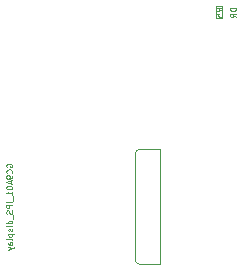
<source format=gbr>
%TF.GenerationSoftware,KiCad,Pcbnew,5.1.5+dfsg1-2~bpo10+1*%
%TF.CreationDate,Date%
%TF.ProjectId,osw,6f73772e-6b69-4636-9164-5f7063625858,3.1*%
%TF.SameCoordinates,Original*%
%TF.FileFunction,Other,Fab,Bot*%
%FSLAX46Y46*%
G04 Gerber Fmt 4.6, Leading zero omitted, Abs format (unit mm)*
G04 Created by KiCad*
%MOMM*%
%LPD*%
G04 APERTURE LIST*
%ADD10C,0.120000*%
%ADD11C,0.100000*%
G04 APERTURE END LIST*
D10*
%TO.C,U4*%
X150180000Y-114070000D02*
X148380000Y-114070000D01*
X148080000Y-113770000D02*
X148080000Y-104770000D01*
X150180000Y-104370000D02*
X148480000Y-104370000D01*
X150180000Y-114070000D02*
X150180000Y-104370000D01*
X148080000Y-104770000D02*
G75*
G02X148480000Y-104370000I400000J0D01*
G01*
X148380000Y-114070000D02*
G75*
G02X148080000Y-113770000I0J300000D01*
G01*
D11*
%TO.C,R5*%
X155444000Y-93273500D02*
X155444000Y-92273500D01*
X154944000Y-93273500D02*
X155444000Y-93273500D01*
X154944000Y-92273500D02*
X154944000Y-93273500D01*
X155444000Y-92273500D02*
X154944000Y-92273500D01*
%TD*%
%TO.C,U4*%
X137180000Y-105862857D02*
X137156190Y-105815238D01*
X137156190Y-105743809D01*
X137180000Y-105672380D01*
X137227619Y-105624761D01*
X137275238Y-105600952D01*
X137370476Y-105577142D01*
X137441904Y-105577142D01*
X137537142Y-105600952D01*
X137584761Y-105624761D01*
X137632380Y-105672380D01*
X137656190Y-105743809D01*
X137656190Y-105791428D01*
X137632380Y-105862857D01*
X137608571Y-105886666D01*
X137441904Y-105886666D01*
X137441904Y-105791428D01*
X137608571Y-106386666D02*
X137632380Y-106362857D01*
X137656190Y-106291428D01*
X137656190Y-106243809D01*
X137632380Y-106172380D01*
X137584761Y-106124761D01*
X137537142Y-106100952D01*
X137441904Y-106077142D01*
X137370476Y-106077142D01*
X137275238Y-106100952D01*
X137227619Y-106124761D01*
X137180000Y-106172380D01*
X137156190Y-106243809D01*
X137156190Y-106291428D01*
X137180000Y-106362857D01*
X137203809Y-106386666D01*
X137656190Y-106624761D02*
X137656190Y-106720000D01*
X137632380Y-106767619D01*
X137608571Y-106791428D01*
X137537142Y-106839047D01*
X137441904Y-106862857D01*
X137251428Y-106862857D01*
X137203809Y-106839047D01*
X137180000Y-106815238D01*
X137156190Y-106767619D01*
X137156190Y-106672380D01*
X137180000Y-106624761D01*
X137203809Y-106600952D01*
X137251428Y-106577142D01*
X137370476Y-106577142D01*
X137418095Y-106600952D01*
X137441904Y-106624761D01*
X137465714Y-106672380D01*
X137465714Y-106767619D01*
X137441904Y-106815238D01*
X137418095Y-106839047D01*
X137370476Y-106862857D01*
X137513333Y-107053333D02*
X137513333Y-107291428D01*
X137656190Y-107005714D02*
X137156190Y-107172380D01*
X137656190Y-107339047D01*
X137156190Y-107600952D02*
X137156190Y-107648571D01*
X137180000Y-107696190D01*
X137203809Y-107720000D01*
X137251428Y-107743809D01*
X137346666Y-107767619D01*
X137465714Y-107767619D01*
X137560952Y-107743809D01*
X137608571Y-107720000D01*
X137632380Y-107696190D01*
X137656190Y-107648571D01*
X137656190Y-107600952D01*
X137632380Y-107553333D01*
X137608571Y-107529523D01*
X137560952Y-107505714D01*
X137465714Y-107481904D01*
X137346666Y-107481904D01*
X137251428Y-107505714D01*
X137203809Y-107529523D01*
X137180000Y-107553333D01*
X137156190Y-107600952D01*
X137656190Y-108243809D02*
X137656190Y-107958095D01*
X137656190Y-108100952D02*
X137156190Y-108100952D01*
X137227619Y-108053333D01*
X137275238Y-108005714D01*
X137299047Y-107958095D01*
X137703809Y-108339047D02*
X137703809Y-108720000D01*
X137656190Y-108839047D02*
X137156190Y-108839047D01*
X137656190Y-109077142D02*
X137156190Y-109077142D01*
X137156190Y-109267619D01*
X137180000Y-109315238D01*
X137203809Y-109339047D01*
X137251428Y-109362857D01*
X137322857Y-109362857D01*
X137370476Y-109339047D01*
X137394285Y-109315238D01*
X137418095Y-109267619D01*
X137418095Y-109077142D01*
X137632380Y-109553333D02*
X137656190Y-109624761D01*
X137656190Y-109743809D01*
X137632380Y-109791428D01*
X137608571Y-109815238D01*
X137560952Y-109839047D01*
X137513333Y-109839047D01*
X137465714Y-109815238D01*
X137441904Y-109791428D01*
X137418095Y-109743809D01*
X137394285Y-109648571D01*
X137370476Y-109600952D01*
X137346666Y-109577142D01*
X137299047Y-109553333D01*
X137251428Y-109553333D01*
X137203809Y-109577142D01*
X137180000Y-109600952D01*
X137156190Y-109648571D01*
X137156190Y-109767619D01*
X137180000Y-109839047D01*
X137703809Y-109934285D02*
X137703809Y-110315238D01*
X137656190Y-110648571D02*
X137156190Y-110648571D01*
X137632380Y-110648571D02*
X137656190Y-110600952D01*
X137656190Y-110505714D01*
X137632380Y-110458095D01*
X137608571Y-110434285D01*
X137560952Y-110410476D01*
X137418095Y-110410476D01*
X137370476Y-110434285D01*
X137346666Y-110458095D01*
X137322857Y-110505714D01*
X137322857Y-110600952D01*
X137346666Y-110648571D01*
X137656190Y-110886666D02*
X137322857Y-110886666D01*
X137156190Y-110886666D02*
X137180000Y-110862857D01*
X137203809Y-110886666D01*
X137180000Y-110910476D01*
X137156190Y-110886666D01*
X137203809Y-110886666D01*
X137632380Y-111100952D02*
X137656190Y-111148571D01*
X137656190Y-111243809D01*
X137632380Y-111291428D01*
X137584761Y-111315238D01*
X137560952Y-111315238D01*
X137513333Y-111291428D01*
X137489523Y-111243809D01*
X137489523Y-111172380D01*
X137465714Y-111124761D01*
X137418095Y-111100952D01*
X137394285Y-111100952D01*
X137346666Y-111124761D01*
X137322857Y-111172380D01*
X137322857Y-111243809D01*
X137346666Y-111291428D01*
X137322857Y-111529523D02*
X137822857Y-111529523D01*
X137346666Y-111529523D02*
X137322857Y-111577142D01*
X137322857Y-111672380D01*
X137346666Y-111720000D01*
X137370476Y-111743809D01*
X137418095Y-111767619D01*
X137560952Y-111767619D01*
X137608571Y-111743809D01*
X137632380Y-111720000D01*
X137656190Y-111672380D01*
X137656190Y-111577142D01*
X137632380Y-111529523D01*
X137656190Y-112053333D02*
X137632380Y-112005714D01*
X137584761Y-111981904D01*
X137156190Y-111981904D01*
X137656190Y-112458095D02*
X137394285Y-112458095D01*
X137346666Y-112434285D01*
X137322857Y-112386666D01*
X137322857Y-112291428D01*
X137346666Y-112243809D01*
X137632380Y-112458095D02*
X137656190Y-112410476D01*
X137656190Y-112291428D01*
X137632380Y-112243809D01*
X137584761Y-112220000D01*
X137537142Y-112220000D01*
X137489523Y-112243809D01*
X137465714Y-112291428D01*
X137465714Y-112410476D01*
X137441904Y-112458095D01*
X137322857Y-112648571D02*
X137656190Y-112767619D01*
X137322857Y-112886666D02*
X137656190Y-112767619D01*
X137775238Y-112720000D01*
X137799047Y-112696190D01*
X137822857Y-112648571D01*
%TO.C,R5*%
X156090190Y-92499690D02*
X156090190Y-92547309D01*
X156114000Y-92594928D01*
X156137809Y-92618738D01*
X156185428Y-92642547D01*
X156280666Y-92666357D01*
X156399714Y-92666357D01*
X156494952Y-92642547D01*
X156542571Y-92618738D01*
X156566380Y-92594928D01*
X156590190Y-92547309D01*
X156590190Y-92499690D01*
X156566380Y-92452071D01*
X156542571Y-92428261D01*
X156494952Y-92404452D01*
X156399714Y-92380642D01*
X156280666Y-92380642D01*
X156185428Y-92404452D01*
X156137809Y-92428261D01*
X156114000Y-92452071D01*
X156090190Y-92499690D01*
X156590190Y-93166357D02*
X156352095Y-92999690D01*
X156590190Y-92880642D02*
X156090190Y-92880642D01*
X156090190Y-93071119D01*
X156114000Y-93118738D01*
X156137809Y-93142547D01*
X156185428Y-93166357D01*
X156256857Y-93166357D01*
X156304476Y-93142547D01*
X156328285Y-93118738D01*
X156352095Y-93071119D01*
X156352095Y-92880642D01*
X155420190Y-92690166D02*
X155182095Y-92523500D01*
X155420190Y-92404452D02*
X154920190Y-92404452D01*
X154920190Y-92594928D01*
X154944000Y-92642547D01*
X154967809Y-92666357D01*
X155015428Y-92690166D01*
X155086857Y-92690166D01*
X155134476Y-92666357D01*
X155158285Y-92642547D01*
X155182095Y-92594928D01*
X155182095Y-92404452D01*
X154920190Y-93142547D02*
X154920190Y-92904452D01*
X155158285Y-92880642D01*
X155134476Y-92904452D01*
X155110666Y-92952071D01*
X155110666Y-93071119D01*
X155134476Y-93118738D01*
X155158285Y-93142547D01*
X155205904Y-93166357D01*
X155324952Y-93166357D01*
X155372571Y-93142547D01*
X155396380Y-93118738D01*
X155420190Y-93071119D01*
X155420190Y-92952071D01*
X155396380Y-92904452D01*
X155372571Y-92880642D01*
%TD*%
M02*

</source>
